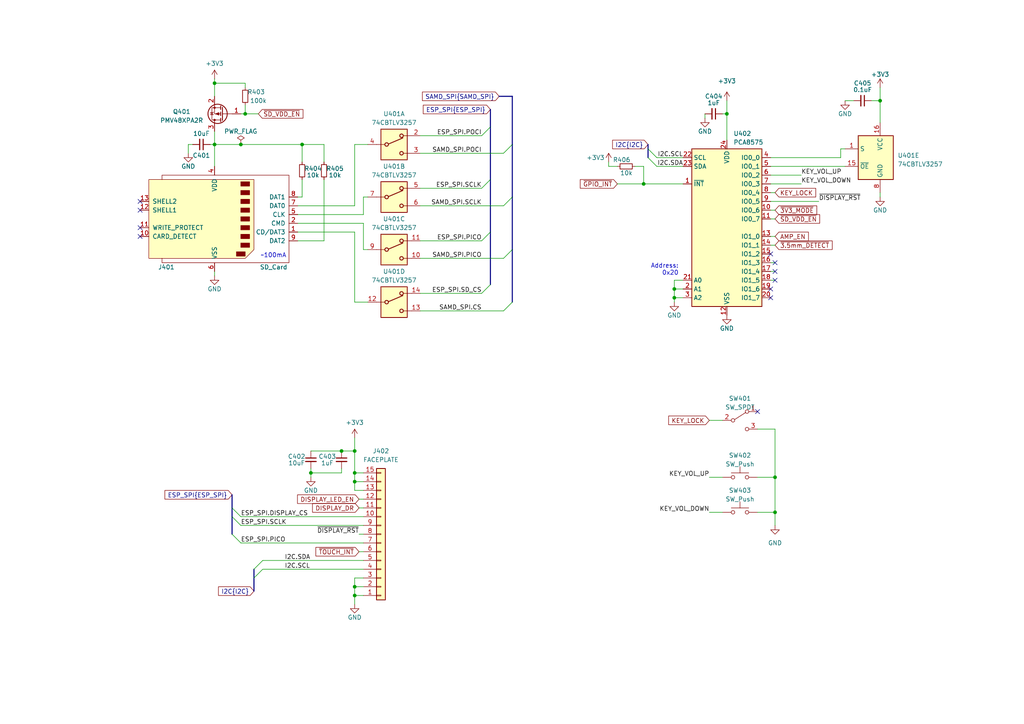
<source format=kicad_sch>
(kicad_sch (version 20230121) (generator eeschema)
  (paper "A4")
  (title_block (title "gay ipod storage + usb interface") (date "2022-09-04") (rev "1"))
  (lib_symbols
    (symbol "74xx:74CBTLV3257"
      (property "Reference" "U" (at 17.78 1.27 0))
      (property "Value" "74CBTLV3257" (at 15.24 -1.27 0))
      (symbol "74CBTLV3257_1_1"
        (rectangle (start -3.81 4.445) (end 3.81 -4.445) (stroke (width 0.254)) (fill (type background)))
        (circle (center -2.159 0) (radius 0.508) (stroke (width 0.254)))
        (polyline (pts (xy -5.08 0) (xy -2.794 0)))
        (polyline (pts (xy -1.651 0.127) (xy 2.54 1.905)) (stroke (width 0.254)))
        (polyline (pts (xy 5.08 -2.54) (xy 2.794 -2.54)))
        (polyline (pts (xy 5.08 2.54) (xy 2.794 2.54)))
        (circle (center 2.159 -2.54) (radius 0.508) (stroke (width 0.254)))
        (circle (center 2.159 2.54) (radius 0.508) (stroke (width 0.254)))
        (pin passive line (at 7.62 2.54 180) (length 2.54) (name "~") (number "2"))
        (pin passive line (at 7.62 -2.54 180) (length 2.54) (name "~") (number "3"))
        (pin passive line (at -7.62 0 0) (length 2.54) (name "~") (number "4"))
      )
      (symbol "74CBTLV3257_2_1"
        (rectangle (start -3.81 4.445) (end 3.81 -4.445) (stroke (width 0.254)) (fill (type background)))
        (circle (center -2.159 0) (radius 0.508) (stroke (width 0.254)))
        (polyline (pts (xy -5.08 0) (xy -2.794 0)))
        (polyline (pts (xy -1.651 0.127) (xy 2.54 1.905)) (stroke (width 0.254)))
        (polyline (pts (xy 5.08 -2.54) (xy 2.794 -2.54)))
        (polyline (pts (xy 5.08 2.54) (xy 2.794 2.54)))
        (circle (center 2.159 -2.54) (radius 0.508) (stroke (width 0.254)))
        (circle (center 2.159 2.54) (radius 0.508) (stroke (width 0.254)))
        (pin passive line (at 7.62 2.54 180) (length 2.54) (name "~") (number "5"))
        (pin passive line (at 7.62 -2.54 180) (length 2.54) (name "~") (number "6"))
        (pin passive line (at -7.62 0 0) (length 2.54) (name "~") (number "7"))
      )
      (symbol "74CBTLV3257_3_1"
        (rectangle (start -3.81 4.445) (end 3.81 -4.445) (stroke (width 0.254)) (fill (type background)))
        (circle (center -2.159 0) (radius 0.508) (stroke (width 0.254)))
        (polyline (pts (xy -5.08 0) (xy -2.794 0)))
        (polyline (pts (xy -1.651 0.127) (xy 2.54 1.905)) (stroke (width 0.254)))
        (polyline (pts (xy 5.08 -2.54) (xy 2.794 -2.54)))
        (polyline (pts (xy 5.08 2.54) (xy 2.794 2.54)))
        (circle (center 2.159 -2.54) (radius 0.508) (stroke (width 0.254)))
        (circle (center 2.159 2.54) (radius 0.508) (stroke (width 0.254)))
        (pin passive line (at 7.62 -2.54 180) (length 2.54) (name "~") (number "10"))
        (pin passive line (at 7.62 2.54 180) (length 2.54) (name "~") (number "11"))
        (pin passive line (at -7.62 0 0) (length 2.54) (name "~") (number "9"))
      )
      (symbol "74CBTLV3257_4_1"
        (rectangle (start -3.81 4.445) (end 3.81 -4.445) (stroke (width 0.254)) (fill (type background)))
        (circle (center -2.159 0) (radius 0.508) (stroke (width 0.254)))
        (polyline (pts (xy -5.08 0) (xy -2.794 0)))
        (polyline (pts (xy -1.651 0.127) (xy 2.54 1.905)) (stroke (width 0.254)))
        (polyline (pts (xy 5.08 -2.54) (xy 2.794 -2.54)))
        (polyline (pts (xy 5.08 2.54) (xy 2.794 2.54)))
        (circle (center 2.159 -2.54) (radius 0.508) (stroke (width 0.254)))
        (circle (center 2.159 2.54) (radius 0.508) (stroke (width 0.254)))
        (pin passive line (at -7.62 0 0) (length 2.54) (name "~") (number "12"))
        (pin passive line (at 7.62 -2.54 180) (length 2.54) (name "~") (number "13"))
        (pin passive line (at 7.62 2.54 180) (length 2.54) (name "~") (number "14"))
      )
      (symbol "74CBTLV3257_5_1"
        (rectangle (start 3.81 6.35) (end -6.35 -6.35) (stroke (width 0.254)) (fill (type background)))
        (pin input line (at -10.16 2.54 0) (length 3.81) (name "S") (number "1"))
        (pin input line (at -10.16 -2.54 0) (length 3.81) (name "~{OE}") (number "15"))
        (pin power_in line (at 0 10.16 270) (length 3.81) (name "VCC") (number "16"))
        (pin power_in line (at 0 -10.16 90) (length 3.81) (name "GND") (number "8"))
      )
    )
    (symbol "Connector_Generic:Conn_01x15" (pin_names (offset 1.016) hide)
      (property "Reference" "J" (at 0 20.32 0))
      (property "Value" "Conn_01x15" (at 0 -20.32 0))
      (symbol "Conn_01x15_1_1"
        (rectangle (start -1.27 -17.653) (end 0 -17.907) (stroke (width 0.1524)))
        (rectangle (start -1.27 -15.113) (end 0 -15.367) (stroke (width 0.1524)))
        (rectangle (start -1.27 -12.573) (end 0 -12.827) (stroke (width 0.1524)))
        (rectangle (start -1.27 -10.033) (end 0 -10.287) (stroke (width 0.1524)))
        (rectangle (start -1.27 -7.493) (end 0 -7.747) (stroke (width 0.1524)))
        (rectangle (start -1.27 -4.953) (end 0 -5.207) (stroke (width 0.1524)))
        (rectangle (start -1.27 -2.413) (end 0 -2.667) (stroke (width 0.1524)))
        (rectangle (start -1.27 0.127) (end 0 -0.127) (stroke (width 0.1524)))
        (rectangle (start -1.27 2.667) (end 0 2.413) (stroke (width 0.1524)))
        (rectangle (start -1.27 5.207) (end 0 4.953) (stroke (width 0.1524)))
        (rectangle (start -1.27 7.747) (end 0 7.493) (stroke (width 0.1524)))
        (rectangle (start -1.27 10.287) (end 0 10.033) (stroke (width 0.1524)))
        (rectangle (start -1.27 12.827) (end 0 12.573) (stroke (width 0.1524)))
        (rectangle (start -1.27 15.367) (end 0 15.113) (stroke (width 0.1524)))
        (rectangle (start -1.27 17.907) (end 0 17.653) (stroke (width 0.1524)))
        (rectangle (start -1.27 19.05) (end 1.27 -19.05) (stroke (width 0.254)) (fill (type background)))
        (pin passive line (at -5.08 17.78 0) (length 3.81) (name "Pin_1") (number "1"))
        (pin passive line (at -5.08 -5.08 0) (length 3.81) (name "Pin_10") (number "10"))
        (pin passive line (at -5.08 -7.62 0) (length 3.81) (name "Pin_11") (number "11"))
        (pin passive line (at -5.08 -10.16 0) (length 3.81) (name "Pin_12") (number "12"))
        (pin passive line (at -5.08 -12.7 0) (length 3.81) (name "Pin_13") (number "13"))
        (pin passive line (at -5.08 -15.24 0) (length 3.81) (name "Pin_14") (number "14"))
        (pin passive line (at -5.08 -17.78 0) (length 3.81) (name "Pin_15") (number "15"))
        (pin passive line (at -5.08 15.24 0) (length 3.81) (name "Pin_2") (number "2"))
        (pin passive line (at -5.08 12.7 0) (length 3.81) (name "Pin_3") (number "3"))
        (pin passive line (at -5.08 10.16 0) (length 3.81) (name "Pin_4") (number "4"))
        (pin passive line (at -5.08 7.62 0) (length 3.81) (name "Pin_5") (number "5"))
        (pin passive line (at -5.08 5.08 0) (length 3.81) (name "Pin_6") (number "6"))
        (pin passive line (at -5.08 2.54 0) (length 3.81) (name "Pin_7") (number "7"))
        (pin passive line (at -5.08 0 0) (length 3.81) (name "Pin_8") (number "8"))
        (pin passive line (at -5.08 -2.54 0) (length 3.81) (name "Pin_9") (number "9"))
      )
    )
    (symbol "Device:C_Small" (pin_numbers hide) (pin_names (offset 0.254) hide)
      (property "Reference" "C" (at 0.254 1.778 0))
      (property "Value" "C_Small" (at 0.254 -2.032 0))
      (symbol "C_Small_0_1"
        (polyline (pts (xy -1.524 -0.508) (xy 1.524 -0.508)) (stroke (width 0.3302)))
        (polyline (pts (xy -1.524 0.508) (xy 1.524 0.508)) (stroke (width 0.3048)))
      )
      (symbol "C_Small_1_1"
        (pin passive line (at 0 2.54 270) (length 2.032) (name "~") (number "1"))
        (pin passive line (at 0 -2.54 90) (length 2.032) (name "~") (number "2"))
      )
    )
    (symbol "Device:Q_PMOS_GSD" (pin_names (offset 0) hide)
      (property "Reference" "Q" (at 5.08 1.27 0))
      (property "Value" "Q_PMOS_GSD" (at 5.08 -1.27 0))
      (symbol "Q_PMOS_GSD_0_1"
        (polyline (pts (xy 0.254 0) (xy -2.54 0)))
        (polyline (pts (xy 0.254 1.905) (xy 0.254 -1.905)) (stroke (width 0.254)))
        (polyline (pts (xy 0.762 -1.27) (xy 0.762 -2.286)) (stroke (width 0.254)))
        (polyline (pts (xy 0.762 0.508) (xy 0.762 -0.508)) (stroke (width 0.254)))
        (polyline (pts (xy 0.762 2.286) (xy 0.762 1.27)) (stroke (width 0.254)))
        (polyline (pts (xy 2.54 2.54) (xy 2.54 1.778)))
        (polyline (pts (xy 2.54 -2.54) (xy 2.54 0) (xy 0.762 0)))
        (polyline (pts (xy 0.762 1.778) (xy 3.302 1.778) (xy 3.302 -1.778) (xy 0.762 -1.778)))
        (polyline (pts (xy 2.286 0) (xy 1.27 0.381) (xy 1.27 -0.381) (xy 2.286 0)) (fill (type outline)))
        (polyline (pts (xy 2.794 -0.508) (xy 2.921 -0.381) (xy 3.683 -0.381) (xy 3.81 -0.254)))
        (polyline (pts (xy 3.302 -0.381) (xy 2.921 0.254) (xy 3.683 0.254) (xy 3.302 -0.381)))
        (circle (center 1.651 0) (radius 2.794) (stroke (width 0.254)))
        (circle (center 2.54 -1.778) (radius 0.254) (fill (type outline)))
        (circle (center 2.54 1.778) (radius 0.254) (fill (type outline)))
      )
      (symbol "Q_PMOS_GSD_1_1"
        (pin input line (at -5.08 0 0) (length 2.54) (name "G") (number "1"))
        (pin passive line (at 2.54 -5.08 90) (length 2.54) (name "S") (number "2"))
        (pin passive line (at 2.54 5.08 270) (length 2.54) (name "D") (number "3"))
      )
    )
    (symbol "Device:R_Small" (pin_numbers hide) (pin_names (offset 0.254) hide)
      (property "Reference" "R" (at 0.762 0.508 0))
      (property "Value" "R_Small" (at 0.762 -1.016 0))
      (symbol "R_Small_0_1"
        (rectangle (start -0.762 1.778) (end 0.762 -1.778) (stroke (width 0.2032)))
      )
      (symbol "R_Small_1_1"
        (pin passive line (at 0 2.54 270) (length 0.762) (name "~") (number "1"))
        (pin passive line (at 0 -2.54 90) (length 0.762) (name "~") (number "2"))
      )
    )
    (symbol "Interface_Expansion:PCA9555D"
      (property "Reference" "U" (at -8.89 24.13 0))
      (property "Value" "PCA9555D" (at 6.35 24.13 0))
      (symbol "PCA9555D_0_1"
        (rectangle (start -10.16 22.86) (end 10.16 -22.86) (stroke (width 0.254)) (fill (type background)))
      )
      (symbol "PCA9555D_1_1"
        (pin open_collector line (at -12.7 12.7 0) (length 2.54) (name "~{INT}") (number "1"))
        (pin bidirectional line (at 12.7 5.08 180) (length 2.54) (name "IO0_6") (number "10"))
        (pin bidirectional line (at 12.7 2.54 180) (length 2.54) (name "IO0_7") (number "11"))
        (pin power_in line (at 0 -25.4 90) (length 2.54) (name "VSS") (number "12"))
        (pin bidirectional line (at 12.7 -2.54 180) (length 2.54) (name "IO1_0") (number "13"))
        (pin bidirectional line (at 12.7 -5.08 180) (length 2.54) (name "IO1_1") (number "14"))
        (pin bidirectional line (at 12.7 -7.62 180) (length 2.54) (name "IO1_2") (number "15"))
        (pin bidirectional line (at 12.7 -10.16 180) (length 2.54) (name "IO1_3") (number "16"))
        (pin bidirectional line (at 12.7 -12.7 180) (length 2.54) (name "IO1_4") (number "17"))
        (pin bidirectional line (at 12.7 -15.24 180) (length 2.54) (name "IO1_5") (number "18"))
        (pin bidirectional line (at 12.7 -17.78 180) (length 2.54) (name "IO1_6") (number "19"))
        (pin input line (at -12.7 -17.78 0) (length 2.54) (name "A1") (number "2"))
        (pin bidirectional line (at 12.7 -20.32 180) (length 2.54) (name "IO1_7") (number "20"))
        (pin input line (at -12.7 -15.24 0) (length 2.54) (name "A0") (number "21"))
        (pin input line (at -12.7 20.32 0) (length 2.54) (name "SCL") (number "22"))
        (pin bidirectional line (at -12.7 17.78 0) (length 2.54) (name "SDA") (number "23"))
        (pin power_in line (at 0 25.4 270) (length 2.54) (name "VDD") (number "24"))
        (pin input line (at -12.7 -20.32 0) (length 2.54) (name "A2") (number "3"))
        (pin bidirectional line (at 12.7 20.32 180) (length 2.54) (name "IO0_0") (number "4"))
        (pin bidirectional line (at 12.7 17.78 180) (length 2.54) (name "IO0_1") (number "5"))
        (pin bidirectional line (at 12.7 15.24 180) (length 2.54) (name "IO0_2") (number "6"))
        (pin bidirectional line (at 12.7 12.7 180) (length 2.54) (name "IO0_3") (number "7"))
        (pin bidirectional line (at 12.7 10.16 180) (length 2.54) (name "IO0_4") (number "8"))
        (pin bidirectional line (at 12.7 7.62 180) (length 2.54) (name "IO0_5") (number "9"))
      )
    )
    (symbol "Switch:SW_Push" (pin_numbers hide) (pin_names (offset 1.016) hide)
      (property "Reference" "SW" (at 1.27 2.54 0))
      (property "Value" "SW_Push" (at 0 -1.524 0))
      (symbol "SW_Push_0_1"
        (circle (center -2.032 0) (radius 0.508))
        (polyline (pts (xy 0 1.27) (xy 0 3.048)))
        (polyline (pts (xy 2.54 1.27) (xy -2.54 1.27)))
        (circle (center 2.032 0) (radius 0.508))
        (pin passive line (at -5.08 0 0) (length 2.54) (name "1") (number "1"))
        (pin passive line (at 5.08 0 180) (length 2.54) (name "2") (number "2"))
      )
    )
    (symbol "Switch:SW_SPDT" (pin_names (offset 0) hide)
      (property "Reference" "SW" (at 0 4.318 0))
      (property "Value" "SW_SPDT" (at 0 -5.08 0))
      (symbol "SW_SPDT_0_0"
        (circle (center -2.032 0) (radius 0.508))
        (circle (center 2.032 -2.54) (radius 0.508))
      )
      (symbol "SW_SPDT_0_1"
        (polyline (pts (xy -1.524 0.254) (xy 1.651 2.286)))
        (circle (center 2.032 2.54) (radius 0.508))
      )
      (symbol "SW_SPDT_1_1"
        (pin passive line (at 5.08 2.54 180) (length 2.54) (name "A") (number "1"))
        (pin passive line (at -5.08 0 0) (length 2.54) (name "B") (number "2"))
        (pin passive line (at 5.08 -2.54 180) (length 2.54) (name "C") (number "3"))
      )
    )
    (symbol "power:+3V3" (power) (pin_names (offset 0))
      (property "Value" "+3V3" (at 0 3.556 0))
      (symbol "+3V3_0_1"
        (polyline (pts (xy -0.762 1.27) (xy 0 2.54)))
        (polyline (pts (xy 0 0) (xy 0 2.54)))
        (polyline (pts (xy 0 2.54) (xy 0.762 1.27)))
      )
      (symbol "+3V3_1_1"
        (pin power_in line (at 0 0 90) (length 0) hide (name "+3V3") (number "1"))
      )
    )
    (symbol "power:GND" (power) (pin_names (offset 0))
      (property "Value" "GND" (at 0 -3.81 0))
      (symbol "GND_0_1"
        (polyline (pts (xy 0 0) (xy 0 -1.27) (xy 1.27 -1.27) (xy 0 -2.54) (xy -1.27 -1.27) (xy 0 -1.27)))
      )
      (symbol "GND_1_1"
        (pin power_in line (at 0 0 270) (length 0) hide (name "GND") (number "1"))
      )
    )
    (symbol "power:PWR_FLAG" (power) (pin_numbers hide) (pin_names (offset 0) hide)
      (property "Value" "PWR_FLAG" (at 0 3.81 0))
      (symbol "PWR_FLAG_0_0"
        (pin power_out line (at 0 0 90) (length 0) (name "pwr") (number "1"))
      )
      (symbol "PWR_FLAG_0_1"
        (polyline (pts (xy 0 0) (xy 0 1.27) (xy -1.016 1.905) (xy 0 2.54) (xy 1.016 1.905) (xy 0 1.27)))
      )
    )
    (symbol "symbols:SD_Card" (pin_names (offset 1.016))
      (property "Reference" "J" (at -16.51 13.97 0))
      (property "Value" "SD_Card" (at 15.24 -13.97 0))
      (symbol "SD_Card_0_1"
        (rectangle (start -8.89 -9.525) (end -6.35 -10.795) (fill (type outline)))
        (rectangle (start -8.89 -6.985) (end -6.35 -8.255) (fill (type outline)))
        (rectangle (start -8.89 -4.445) (end -6.35 -5.715) (fill (type outline)))
        (rectangle (start -8.89 -1.905) (end -6.35 -3.175) (fill (type outline)))
        (rectangle (start -8.89 0.635) (end -6.35 -0.635) (fill (type outline)))
        (rectangle (start -8.89 3.175) (end -6.35 1.905) (fill (type outline)))
        (rectangle (start -8.89 5.715) (end -6.35 4.445) (fill (type outline)))
        (rectangle (start -8.89 8.255) (end -6.35 6.985) (fill (type outline)))
        (rectangle (start -7.62 10.795) (end -5.08 9.525) (fill (type outline)))
        (polyline (pts (xy -10.16 8.89) (xy -7.62 11.43) (xy 20.32 11.43) (xy 20.32 -11.43) (xy -10.16 -11.43) (xy -10.16 8.89)) (fill (type background)))
        (polyline (pts (xy 16.51 11.43) (xy 16.51 12.7) (xy -20.32 12.7) (xy -20.32 -12.7) (xy 16.51 -12.7) (xy 16.51 -11.43)))
      )
      (symbol "SD_Card_1_1"
        (pin input line (at -22.86 3.81 0) (length 2.54) (name "CD/DAT3") (number "1"))
        (pin input line (at 22.86 5.08 180) (length 2.54) (name "CARD_DETECT") (number "10"))
        (pin input line (at 22.86 2.54 180) (length 2.54) (name "WRITE_PROTECT") (number "11"))
        (pin input line (at 22.86 -2.54 180) (length 2.54) (name "SHELL1") (number "12"))
        (pin input line (at 22.86 -5.08 180) (length 2.54) (name "SHELL2") (number "13"))
        (pin input line (at -22.86 1.27 0) (length 2.54) (name "CMD") (number "2"))
        (pin power_in line (at 1.27 15.24 270) (length 2.54) hide (name "VSS") (number "3"))
        (pin power_in line (at 1.27 -15.24 90) (length 2.54) (name "VDD") (number "4"))
        (pin input line (at -22.86 -1.27 0) (length 2.54) (name "CLK") (number "5"))
        (pin power_in line (at 1.27 15.24 270) (length 2.54) (name "VSS") (number "6"))
        (pin input line (at -22.86 -3.81 0) (length 2.54) (name "DAT0") (number "7"))
        (pin input line (at -22.86 -6.35 0) (length 2.54) (name "DAT1") (number "8"))
        (pin input line (at -22.86 6.35 0) (length 2.54) (name "DAT2") (number "9"))
      )
    )
  )
  (junction (at 195.58 86.36))
  (junction (at 102.87 139.7))
  (junction (at 99.06 130.81))
  (junction (at 102.87 170.18))
  (junction (at 62.23 24.13))
  (junction (at 102.87 172.72))
  (junction (at 255.27 29.21))
  (junction (at 69.85 41.91))
  (junction (at 224.79 148.59))
  (junction (at 102.87 137.16))
  (junction (at 210.82 33.02))
  (junction (at 87.63 41.91))
  (junction (at 195.58 83.82))
  (junction (at 62.23 41.91))
  (junction (at 224.79 138.43))
  (junction (at 71.12 33.02))
  (junction (at 90.17 137.16))
  (junction (at 102.87 130.81))
  (junction (at 186.69 53.34))
  (no_connect (at 224.79 76.2))
  (no_connect (at 224.79 78.74))
  (no_connect (at 40.64 58.42))
  (no_connect (at 40.64 66.04))
  (no_connect (at 224.79 81.28))
  (no_connect (at 223.52 86.36))
  (no_connect (at 40.64 68.58))
  (no_connect (at 223.52 73.66))
  (no_connect (at 219.71 119.38))
  (no_connect (at 40.64 60.96))
  (no_connect (at 223.52 83.82))
  (bus_entry (at 69.85 152.4) (size -2.54 -2.54))
  (bus_entry (at 187.96 43.18) (size 2.54 2.54))
  (bus_entry (at 139.7 69.85) (size 2.54 -2.54))
  (bus_entry (at 139.7 85.09) (size 2.54 -2.54))
  (bus_entry (at 139.7 39.37) (size 2.54 -2.54))
  (bus_entry (at 139.7 54.61) (size 2.54 -2.54))
  (bus_entry (at 187.96 45.72) (size 2.54 2.54))
  (bus_entry (at 146.05 44.45) (size 2.54 -2.54))
  (bus_entry (at 146.05 74.93) (size 2.54 -2.54))
  (bus_entry (at 146.05 59.69) (size 2.54 -2.54))
  (bus_entry (at 69.85 157.48) (size -2.54 -2.54))
  (bus_entry (at 73.66 165.1) (size 2.54 -2.54))
  (bus_entry (at 73.66 167.64) (size 2.54 -2.54))
  (bus_entry (at 146.05 90.17) (size 2.54 -2.54))
  (bus_entry (at 69.85 149.86) (size -2.54 -2.54))
  (wire (pts (xy 195.58 83.82) (xy 195.58 86.36)))
  (wire (pts (xy 195.58 86.36) (xy 195.58 87.63)))
  (bus (pts (xy 67.31 147.32) (xy 67.31 149.86)))
  (wire (pts (xy 224.79 138.43) (xy 224.79 148.59)))
  (wire (pts (xy 69.85 149.86) (xy 105.41 149.86)))
  (wire (pts (xy 219.71 124.46) (xy 224.79 124.46)))
  (wire (pts (xy 237.49 58.42) (xy 223.52 58.42)))
  (bus (pts (xy 144.78 27.94) (xy 148.59 27.94)))
  (wire (pts (xy 90.17 130.81) (xy 99.06 130.81)))
  (wire (pts (xy 54.61 41.91) (xy 54.61 44.45)))
  (wire (pts (xy 102.87 172.72) (xy 105.41 172.72)))
  (bus (pts (xy 73.66 165.1) (xy 73.66 167.64)))
  (wire (pts (xy 62.23 80.01) (xy 62.23 78.74)))
  (wire (pts (xy 255.27 25.4) (xy 255.27 29.21)))
  (wire (pts (xy 210.82 29.21) (xy 210.82 33.02)))
  (wire (pts (xy 102.87 41.91) (xy 102.87 59.69)))
  (wire (pts (xy 74.93 33.02) (xy 71.12 33.02)))
  (wire (pts (xy 104.14 147.32) (xy 105.41 147.32)))
  (wire (pts (xy 186.69 48.26) (xy 186.69 53.34)))
  (wire (pts (xy 87.63 41.91) (xy 93.98 41.91)))
  (bus (pts (xy 142.24 36.83) (xy 142.24 52.07)))
  (wire (pts (xy 224.79 78.74) (xy 223.52 78.74)))
  (wire (pts (xy 243.84 45.72) (xy 243.84 43.18)))
  (wire (pts (xy 71.12 30.48) (xy 71.12 33.02)))
  (wire (pts (xy 224.79 124.46) (xy 224.79 138.43)))
  (wire (pts (xy 184.15 48.26) (xy 186.69 48.26)))
  (wire (pts (xy 223.52 53.34) (xy 232.41 53.34)))
  (wire (pts (xy 179.07 53.34) (xy 186.69 53.34)))
  (wire (pts (xy 87.63 41.91) (xy 87.63 46.99)))
  (wire (pts (xy 105.41 64.77) (xy 105.41 72.39)))
  (wire (pts (xy 102.87 175.26) (xy 102.87 172.72)))
  (wire (pts (xy 69.85 152.4) (xy 105.41 152.4)))
  (wire (pts (xy 190.5 48.26) (xy 198.12 48.26)))
  (wire (pts (xy 102.87 170.18) (xy 102.87 172.72)))
  (wire (pts (xy 99.06 137.16) (xy 90.17 137.16)))
  (wire (pts (xy 102.87 67.31) (xy 102.87 87.63)))
  (wire (pts (xy 121.92 90.17) (xy 146.05 90.17)))
  (wire (pts (xy 176.53 48.26) (xy 179.07 48.26)))
  (wire (pts (xy 86.36 59.69) (xy 102.87 59.69)))
  (wire (pts (xy 224.79 60.96) (xy 223.52 60.96)))
  (bus (pts (xy 142.24 67.31) (xy 142.24 82.55)))
  (wire (pts (xy 198.12 83.82) (xy 195.58 83.82)))
  (wire (pts (xy 198.12 81.28) (xy 195.58 81.28)))
  (wire (pts (xy 219.71 138.43) (xy 224.79 138.43)))
  (wire (pts (xy 209.55 33.02) (xy 210.82 33.02)))
  (bus (pts (xy 148.59 27.94) (xy 148.59 41.91)))
  (wire (pts (xy 62.23 38.1) (xy 62.23 41.91)))
  (wire (pts (xy 105.41 72.39) (xy 106.68 72.39)))
  (wire (pts (xy 99.06 135.89) (xy 99.06 137.16)))
  (bus (pts (xy 187.96 41.91) (xy 187.96 43.18)))
  (wire (pts (xy 104.14 154.94) (xy 105.41 154.94)))
  (wire (pts (xy 102.87 87.63) (xy 106.68 87.63)))
  (wire (pts (xy 224.79 71.12) (xy 223.52 71.12)))
  (wire (pts (xy 69.85 41.91) (xy 87.63 41.91)))
  (wire (pts (xy 224.79 76.2) (xy 223.52 76.2)))
  (wire (pts (xy 224.79 63.5) (xy 223.52 63.5)))
  (wire (pts (xy 245.11 29.21) (xy 247.65 29.21)))
  (wire (pts (xy 90.17 138.43) (xy 90.17 137.16)))
  (wire (pts (xy 223.52 50.8) (xy 232.41 50.8)))
  (wire (pts (xy 105.41 62.23) (xy 105.41 57.15)))
  (wire (pts (xy 62.23 22.86) (xy 62.23 24.13)))
  (wire (pts (xy 243.84 43.18) (xy 245.11 43.18)))
  (wire (pts (xy 223.52 45.72) (xy 243.84 45.72)))
  (wire (pts (xy 121.92 85.09) (xy 139.7 85.09)))
  (wire (pts (xy 102.87 137.16) (xy 105.41 137.16)))
  (wire (pts (xy 186.69 53.34) (xy 198.12 53.34)))
  (wire (pts (xy 121.92 69.85) (xy 139.7 69.85)))
  (wire (pts (xy 62.23 24.13) (xy 62.23 27.94)))
  (wire (pts (xy 121.92 44.45) (xy 146.05 44.45)))
  (wire (pts (xy 104.14 160.02) (xy 105.41 160.02)))
  (wire (pts (xy 76.2 165.1) (xy 105.41 165.1)))
  (bus (pts (xy 187.96 43.18) (xy 187.96 45.72)))
  (wire (pts (xy 60.96 41.91) (xy 62.23 41.91)))
  (wire (pts (xy 204.47 33.02) (xy 204.47 34.29)))
  (wire (pts (xy 176.53 46.99) (xy 176.53 48.26)))
  (wire (pts (xy 93.98 46.99) (xy 93.98 41.91)))
  (wire (pts (xy 62.23 41.91) (xy 69.85 41.91)))
  (wire (pts (xy 224.79 68.58) (xy 223.52 68.58)))
  (bus (pts (xy 148.59 57.15) (xy 148.59 72.39)))
  (wire (pts (xy 71.12 25.4) (xy 71.12 24.13)))
  (wire (pts (xy 102.87 142.24) (xy 102.87 139.7)))
  (wire (pts (xy 255.27 29.21) (xy 255.27 35.56)))
  (wire (pts (xy 90.17 137.16) (xy 90.17 135.89)))
  (wire (pts (xy 105.41 139.7) (xy 102.87 139.7)))
  (wire (pts (xy 255.27 57.15) (xy 255.27 55.88)))
  (wire (pts (xy 55.88 41.91) (xy 54.61 41.91)))
  (wire (pts (xy 121.92 74.93) (xy 146.05 74.93)))
  (bus (pts (xy 67.31 149.86) (xy 67.31 154.94)))
  (bus (pts (xy 142.24 31.75) (xy 142.24 36.83)))
  (wire (pts (xy 76.2 162.56) (xy 105.41 162.56)))
  (wire (pts (xy 121.92 59.69) (xy 146.05 59.69)))
  (wire (pts (xy 87.63 52.07) (xy 87.63 57.15)))
  (wire (pts (xy 210.82 33.02) (xy 210.82 40.64)))
  (wire (pts (xy 71.12 33.02) (xy 69.85 33.02)))
  (wire (pts (xy 71.12 24.13) (xy 62.23 24.13)))
  (bus (pts (xy 142.24 52.07) (xy 142.24 67.31)))
  (wire (pts (xy 104.14 144.78) (xy 105.41 144.78)))
  (wire (pts (xy 93.98 52.07) (xy 93.98 69.85)))
  (wire (pts (xy 106.68 41.91) (xy 102.87 41.91)))
  (wire (pts (xy 86.36 57.15) (xy 87.63 57.15)))
  (wire (pts (xy 102.87 130.81) (xy 99.06 130.81)))
  (wire (pts (xy 102.87 127) (xy 102.87 130.81)))
  (wire (pts (xy 86.36 64.77) (xy 105.41 64.77)))
  (wire (pts (xy 105.41 142.24) (xy 102.87 142.24)))
  (wire (pts (xy 252.73 29.21) (xy 255.27 29.21)))
  (wire (pts (xy 102.87 167.64) (xy 102.87 170.18)))
  (wire (pts (xy 86.36 67.31) (xy 102.87 67.31)))
  (wire (pts (xy 121.92 39.37) (xy 139.7 39.37)))
  (wire (pts (xy 121.92 54.61) (xy 139.7 54.61)))
  (bus (pts (xy 67.31 143.51) (xy 67.31 147.32)))
  (wire (pts (xy 86.36 62.23) (xy 105.41 62.23)))
  (wire (pts (xy 190.5 45.72) (xy 198.12 45.72)))
  (wire (pts (xy 105.41 57.15) (xy 106.68 57.15)))
  (wire (pts (xy 224.79 81.28) (xy 223.52 81.28)))
  (wire (pts (xy 219.71 148.59) (xy 224.79 148.59)))
  (bus (pts (xy 73.66 167.64) (xy 73.66 171.45)))
  (wire (pts (xy 62.23 48.26) (xy 62.23 41.91)))
  (wire (pts (xy 102.87 139.7) (xy 102.87 137.16)))
  (wire (pts (xy 198.12 86.36) (xy 195.58 86.36)))
  (wire (pts (xy 224.79 148.59) (xy 224.79 152.4)))
  (wire (pts (xy 195.58 81.28) (xy 195.58 83.82)))
  (wire (pts (xy 102.87 130.81) (xy 102.87 137.16)))
  (wire (pts (xy 205.74 138.43) (xy 209.55 138.43)))
  (wire (pts (xy 223.52 48.26) (xy 245.11 48.26)))
  (bus (pts (xy 148.59 41.91) (xy 148.59 57.15)))
  (wire (pts (xy 224.79 55.88) (xy 223.52 55.88)))
  (wire (pts (xy 105.41 170.18) (xy 102.87 170.18)))
  (wire (pts (xy 86.36 69.85) (xy 93.98 69.85)))
  (wire (pts (xy 105.41 167.64) (xy 102.87 167.64)))
  (wire (pts (xy 205.74 148.59) (xy 209.55 148.59)))
  (bus (pts (xy 148.59 72.39) (xy 148.59 87.63)))
  (wire (pts (xy 69.85 157.48) (xy 105.41 157.48)))
  (wire (pts (xy 205.74 121.92) (xy 209.55 121.92)))
  (text "~100mA" (at 75.565 74.93 0) (effects (font (size 1.27 1.27)) (justify left bottom)))
  (text "Address:\n0x20" (at 196.85 80.01 0) (effects (font (size 1.27 1.27)) (justify right bottom)))
  (label "SAMD_SPI.POCI" (at 139.7 44.45 180))
  (label "I2C.SDA" (at 82.55 162.56 0))
  (label "I2C.SCL" (at 198.12 45.72 180))
  (label "SAMD_SPI.PICO" (at 139.7 74.93 180))
  (label "ESP_SPI.PICO" (at 139.7 69.85 180))
  (label "ESP_SPI.SD_CS" (at 139.7 85.09 180))
  (label "ESP_SPI.POCI" (at 139.7 39.37 180))
  (label "ESP_SPI.PICO" (at 69.85 157.48 0))
  (label "KEY_VOL_UP" (at 205.74 138.43 180) (property "Intersheetrefs" "${INTERSHEET_REFS}" (effects hide)))
  (label "SAMD_SPI.SCLK" (at 139.7 59.69 180))
  (label "~{DISPLAY_RST}" (at 104.14 154.94 180) (property "Intersheetrefs" "${INTERSHEET_REFS}" (effects hide)))
  (label "ESP_SPI.DISPLAY_CS" (at 69.85 149.86 0))
  (label "SAMD_SPI.CS" (at 139.7 90.17 180))
  (label "ESP_SPI.SCLK" (at 69.85 152.4 0))
  (label "KEY_VOL_UP" (at 232.41 50.8 0) (property "Intersheetrefs" "${INTERSHEET_REFS}" (effects hide)))
  (label "I2C.SDA" (at 198.12 48.26 180))
  (label "KEY_VOL_DOWN" (at 205.74 148.59 180) (property "Intersheetrefs" "${INTERSHEET_REFS}" (effects hide)))
  (label "KEY_VOL_DOWN" (at 232.41 53.34 0) (property "Intersheetrefs" "${INTERSHEET_REFS}" (effects hide)))
  (label "~{DISPLAY_RST}" (at 237.49 58.42 0) (property "Intersheetrefs" "${INTERSHEET_REFS}" (effects hide)))
  (label "ESP_SPI.SCLK" (at 139.7 54.61 180))
  (label "I2C.SCL" (at 82.55 165.1 0))
  (global_label "ESP_SPI{ESP_SPI}" (shape input) (at 142.24 31.75 180) (property "Intersheetrefs" "${INTERSHEET_REFS}" (effects hide)))
  (global_label "DISPLAY_LED_EN" (shape input) (at 104.14 144.78 180) (property "Intersheetrefs" "${INTERSHEET_REFS}" (effects hide)))
  (global_label "KEY_LOCK" (shape input) (at 205.74 121.92 180) (property "Intersheetrefs" "${INTERSHEET_REFS}" (effects hide)))
  (global_label "KEY_LOCK" (shape input) (at 224.79 55.88 0) (property "Intersheetrefs" "${INTERSHEET_REFS}" (effects hide)))
  (global_label "I2C{I2C}" (shape input) (at 73.66 171.45 180) (property "Intersheetrefs" "${INTERSHEET_REFS}" (effects hide)))
  (global_label "SAMD_SPI{SAMD_SPI}" (shape input) (at 144.78 27.94 180) (property "Intersheetrefs" "${INTERSHEET_REFS}" (effects hide)))
  (global_label "~{SD_VDD_EN}" (shape input) (at 74.93 33.02 0) (property "Intersheetrefs" "${INTERSHEET_REFS}" (effects hide)))
  (global_label "~{TOUCH_INT}" (shape input) (at 104.14 160.02 180) (property "Intersheetrefs" "${INTERSHEET_REFS}" (effects hide)))
  (global_label "I2C{I2C}" (shape input) (at 187.96 41.91 180) (property "Intersheetrefs" "${INTERSHEET_REFS}" (effects hide)))
  (global_label "~{SD_VDD_EN}" (shape input) (at 224.79 63.5 0) (property "Intersheetrefs" "${INTERSHEET_REFS}" (effects hide)))
  (global_label "ESP_SPI{ESP_SPI}" (shape input) (at 67.31 143.51 180) (property "Intersheetrefs" "${INTERSHEET_REFS}" (effects hide)))
  (global_label "DISPLAY_DR" (shape input) (at 104.14 147.32 180) (property "Intersheetrefs" "${INTERSHEET_REFS}" (effects hide)))
  (global_label "~{GPIO_INT}" (shape input) (at 179.07 53.34 180) (property "Intersheetrefs" "${INTERSHEET_REFS}" (effects hide)))
  (global_label "~{3.5mm_DETECT}" (shape input) (at 224.79 71.12 0) (property "Intersheetrefs" "${INTERSHEET_REFS}" (effects hide)))
  (global_label "~{3V3_MODE}" (shape input) (at 224.79 60.96 0) (property "Intersheetrefs" "${INTERSHEET_REFS}" (effects hide)))
  (global_label "AMP_EN" (shape input) (at 224.79 68.58 0) (property "Intersheetrefs" "${INTERSHEET_REFS}" (effects hide)))
  (symbol (lib_id "Device:R_Small") (at 87.63 49.53 0) (unit 1)
    (property "Reference" "R404" (at 90.805 48.895 0))
    (property "Value" "10k" (at 90.805 50.8 0))
    (property "Footprint" "Resistor_SMD:R_0603_1608Metric" (effects hide))
    (property "MPN" "AC0603JR-0710KL" (effects hide))
  )
  (symbol (lib_id "power:GND") (at 224.79 152.4 0) (unit 1)
    (property "Reference" "#PWR0413" (effects hide))
    (property "Value" "GND" (at 224.79 157.48 0))
  )
  (symbol (lib_id "Device:C_Small") (at 250.19 29.21 270) (unit 1)
    (property "Reference" "C405" (at 250.19 24.13 90))
    (property "Value" "0.1uF" (at 250.19 26.035 90))
    (property "Footprint" "Capacitor_SMD:C_0805_2012Metric" (effects hide))
    (property "MPN" "0805YD104KAT2A" (effects hide))
  )
  (symbol (lib_id "Interface_Expansion:PCA9555D") (at 210.82 66.04 0) (unit 1)
    (property "Reference" "U402" (at 212.725 38.735 0) (effects (justify left)))
    (property "Value" "PCA8575" (at 212.725 41.275 0) (effects (justify left)))
    (property "Footprint" "Package_SO:SSOP-24_3.9x8.7mm_P0.635mm" (effects hide))
    (property "Datasheet" "https://www.nxp.com/docs/en/data-sheet/PCA9555.pdf" (effects hide))
    (property "MPN" "PCA8575" (effects hide))
  )
  (symbol (lib_id "Device:R_Small") (at 93.98 49.53 0) (unit 1)
    (property "Reference" "R405" (at 97.155 48.895 0))
    (property "Value" "10k" (at 97.155 50.8 0))
    (property "Footprint" "Resistor_SMD:R_0603_1608Metric" (effects hide))
    (property "MPN" "AC0603JR-0710KL" (effects hide))
  )
  (symbol (lib_id "Switch:SW_SPDT") (at 214.63 121.92 0) (unit 1)
    (property "Reference" "SW401" (at 214.63 115.57 0))
    (property "Value" "SW_SPDT" (at 214.63 118.11 0))
    (property "Footprint" "Button_Switch_SMD:SW_SPDT_CK-JS102011SAQN" (effects hide))
    (property "MPN" "JS102011SAQN" (effects hide))
  )
  (symbol (lib_id "power:GND") (at 204.47 34.29 0) (unit 1)
    (property "Reference" "#PWR0410" (effects hide))
    (property "Value" "GND" (at 204.47 38.1 0))
  )
  (symbol (lib_id "Device:C_Small") (at 207.01 33.02 270) (unit 1)
    (property "Reference" "C404" (at 207.01 27.94 90))
    (property "Value" "1uF" (at 207.01 29.845 90))
    (property "Footprint" "Capacitor_SMD:C_0805_2012Metric" (effects hide))
    (property "MPN" "EMK212BJ105KG-T" (effects hide))
  )
  (symbol (lib_id "power:GND") (at 54.61 44.45 0) (unit 1)
    (property "Reference" "#PWR0402" (effects hide))
    (property "Value" "GND" (at 54.61 48.26 0))
  )
  (symbol (lib_id "Connector_Generic:Conn_01x15") (at 110.49 154.94 0) (mirror x) (unit 1)
    (property "Reference" "J402" (at 110.49 130.81 0))
    (property "Value" "FACEPLATE" (at 110.49 133.35 0))
    (property "Footprint" "footprints:molex_5052781533" (effects hide))
    (property "MPN" "5052781533" (effects hide))
  )
  (symbol (lib_id "74xx:74CBTLV3257") (at 114.3 87.63 0) (unit 4)
    (property "Reference" "U401" (at 114.3 78.74 0))
    (property "Value" "74CBTLV3257" (at 114.3 81.28 0))
    (property "Footprint" "Package_SO:TSSOP-16_4.4x5mm_P0.65mm" (effects hide))
    (property "Datasheet" "http://www.ti.com/lit/ds/symlink/sn74cbtlv3257.pdf" (effects hide))
    (property "MPN" "74CBTLV3257PW-Q10J" (effects hide))
  )
  (symbol (lib_id "power:+3V3") (at 255.27 25.4 0) (unit 1)
    (property "Reference" "#PWR0416" (effects hide))
    (property "Value" "+3V3" (at 255.27 21.59 0))
  )
  (symbol (lib_id "74xx:74CBTLV3257") (at 114.3 41.91 0) (unit 1)
    (property "Reference" "U401" (at 114.3 33.02 0))
    (property "Value" "74CBTLV3257" (at 114.3 35.56 0))
    (property "Footprint" "Package_SO:TSSOP-16_4.4x5mm_P0.65mm" (effects hide))
    (property "Datasheet" "http://www.ti.com/lit/ds/symlink/sn74cbtlv3257.pdf" (effects hide))
    (property "MPN" "74CBTLV3257PW-Q10J" (effects hide))
  )
  (symbol (lib_id "74xx:74CBTLV3257") (at 114.3 72.39 0) (unit 3)
    (property "Reference" "U401" (at 114.3 63.5 0))
    (property "Value" "74CBTLV3257" (at 114.3 66.04 0))
    (property "Footprint" "Package_SO:TSSOP-16_4.4x5mm_P0.65mm" (effects hide))
    (property "Datasheet" "http://www.ti.com/lit/ds/symlink/sn74cbtlv3257.pdf" (effects hide))
    (property "MPN" "74CBTLV3257PW-Q10J" (effects hide))
  )
  (symbol (lib_id "Switch:SW_Push") (at 214.63 138.43 0) (unit 1)
    (property "Reference" "SW402" (at 214.63 132.08 0))
    (property "Value" "SW_Push" (at 214.63 134.62 0))
    (property "Footprint" "Button_Switch_THT:SW_SPST_Omron_B3F-315x_Angled" (effects hide))
    (property "MPN" "B3F-3150" (effects hide))
  )
  (symbol (lib_id "power:GND") (at 255.27 57.15 0) (unit 1)
    (property "Reference" "#PWR0417" (effects hide))
    (property "Value" "GND" (at 255.27 60.96 0))
  )
  (symbol (lib_id "power:GND") (at 245.11 29.21 0) (unit 1)
    (property "Reference" "#PWR0415" (effects hide))
    (property "Value" "GND" (at 245.11 33.02 0))
  )
  (symbol (lib_id "power:GND") (at 90.17 138.43 0) (unit 1)
    (property "Reference" "#PWR0405" (effects hide))
    (property "Value" "GND" (at 90.17 142.24 0))
  )
  (symbol (lib_id "74xx:74CBTLV3257") (at 255.27 45.72 0) (unit 5)
    (property "Reference" "U401" (at 260.35 45.085 0) (effects (justify left)))
    (property "Value" "74CBTLV3257" (at 260.35 47.625 0) (effects (justify left)))
    (property "Footprint" "Package_SO:TSSOP-16_4.4x5mm_P0.65mm" (effects hide))
    (property "Datasheet" "http://www.ti.com/lit/ds/symlink/sn74cbtlv3257.pdf" (effects hide))
    (property "MPN" "74CBTLV3257PW-Q10J" (effects hide))
  )
  (symbol (lib_id "Device:C_Small") (at 99.06 133.35 0) (unit 1)
    (property "Reference" "C403" (at 94.9325 132.3975 0))
    (property "Value" "1uF" (at 94.9325 134.3025 0))
    (property "Footprint" "Capacitor_SMD:C_0805_2012Metric" (effects hide))
    (property "MPN" "EMK212BJ105KG-T" (effects hide))
  )
  (symbol (lib_id "power:PWR_FLAG") (at 69.85 41.91 0) (unit 1)
    (property "Reference" "#FLG0203" (effects hide))
    (property "Value" "PWR_FLAG" (at 69.85 38.1 0))
    (instances (project "gay-ipod" (path "" (reference "#FLG0203") (unit 1)) (path "" (reference "#FLG0102") (unit 1)) (path "" (reference "#FLG0401") (unit 1))))
  )
  (symbol (lib_id "power:+3V3") (at 102.87 127 0) (unit 1)
    (property "Reference" "#PWR0406" (effects hide))
    (property "Value" "+3V3" (at 102.87 122.555 0))
  )
  (symbol (lib_id "Switch:SW_Push") (at 214.63 148.59 0) (unit 1)
    (property "Reference" "SW403" (at 214.63 142.24 0))
    (property "Value" "SW_Push" (at 214.63 144.78 0))
    (property "Footprint" "Button_Switch_THT:SW_SPST_Omron_B3F-315x_Angled" (effects hide))
    (property "MPN" "B3F-3150" (effects hide))
  )
  (symbol (lib_id "Device:R_Small") (at 71.12 27.94 180) (unit 1)
    (property "Reference" "R403" (at 74.295 26.67 0))
    (property "Value" "100k" (at 74.93 29.21 0))
    (property "Footprint" "Resistor_SMD:R_0603_1608Metric" (effects hide))
    (property "MPN" "RC0603JR-10100KL" (effects hide))
  )
  (symbol (lib_id "power:+3V3") (at 62.23 22.86 0) (unit 1)
    (property "Reference" "#PWR0403" (effects hide))
    (property "Value" "+3V3" (at 62.23 18.415 0))
  )
  (symbol (lib_id "power:GND") (at 102.87 175.26 0) (unit 1)
    (property "Reference" "#PWR0407" (effects hide))
    (property "Value" "GND" (at 102.87 179.07 0))
  )
  (symbol (lib_id "Device:R_Small") (at 181.61 48.26 90) (unit 1)
    (property "Reference" "R406" (at 182.88 46.355 90) (effects (justify left)))
    (property "Value" "10k" (at 183.515 50.165 90) (effects (justify left)))
    (property "Footprint" "Capacitor_SMD:C_0603_1608Metric" (effects hide))
    (property "MPN" "AC0603JR-0710KL" (effects hide))
  )
  (symbol (lib_id "power:GND") (at 210.82 91.44 0) (unit 1)
    (property "Reference" "#PWR0412" (effects hide))
    (property "Value" "GND" (at 210.82 95.25 0))
  )
  (symbol (lib_id "symbols:SD_Card") (at 63.5 63.5 180) (unit 1)
    (property "Reference" "J401" (at 48.26 77.47 0))
    (property "Value" "SD_Card" (at 79.375 77.47 0))
    (property "Footprint" "Connector_Card:SD_Hirose_DM1AA_SF_PEJ82" (effects hide))
    (property "Datasheet" "http://portal.fciconnect.com/Comergent//fci/drawing/10067847.pdf" (effects hide))
    (property "MPN" "DM1AA-SF-PEJ(82) " (effects hide))
  )
  (symbol (lib_id "Device:Q_PMOS_GSD") (at 64.77 33.02 180) (unit 1)
    (property "Reference" "Q401" (at 52.705 32.385 0))
    (property "Value" "PMV48XPA2R" (at 52.705 34.925 0))
    (property "Footprint" "Package_TO_SOT_SMD:SOT-23" (effects hide))
    (property "MPN" "PMV48XPA2R" (effects hide))
  )
  (symbol (lib_id "74xx:74CBTLV3257") (at 114.3 57.15 0) (unit 2)
    (property "Reference" "U401" (at 114.3 48.26 0))
    (property "Value" "74CBTLV3257" (at 114.3 50.8 0))
    (property "Footprint" "Package_SO:TSSOP-16_4.4x5mm_P0.65mm" (effects hide))
    (property "Datasheet" "http://www.ti.com/lit/ds/symlink/sn74cbtlv3257.pdf" (effects hide))
    (property "MPN" "74CBTLV3257PW-Q10J" (effects hide))
  )
  (symbol (lib_id "power:+3V3") (at 210.82 29.21 0) (unit 1)
    (property "Reference" "#PWR0411" (effects hide))
    (property "Value" "+3V3" (at 210.82 23.495 0))
  )
  (symbol (lib_id "Device:C_Small") (at 90.17 133.35 0) (unit 1)
    (property "Reference" "C402" (at 86.0425 132.3975 0))
    (property "Value" "10uF" (at 86.0425 134.3025 0))
    (property "Footprint" "Capacitor_SMD:C_0805_2012Metric" (effects hide))
    (property "MPN" "EMK212ABJ106KG-T" (effects hide))
  )
  (symbol (lib_id "power:GND") (at 62.23 80.01 0) (unit 1)
    (property "Reference" "#PWR0404" (effects hide))
    (property "Value" "GND" (at 62.23 83.82 0))
  )
  (symbol (lib_id "power:+3V3") (at 176.53 46.99 0) (unit 1)
    (property "Reference" "#PWR0408" (effects hide))
    (property "Value" "+3V3" (at 172.72 45.72 0))
  )
  (symbol (lib_id "power:GND") (at 195.58 87.63 0) (unit 1)
    (property "Reference" "#PWR0409" (effects hide))
    (property "Value" "GND" (at 195.58 91.44 0))
  )
  (symbol (lib_id "Device:C_Small") (at 58.42 41.91 270) (unit 1)
    (property "Reference" "C401" (at 58.42 45.085 90))
    (property "Value" "10uF" (at 58.42 38.735 90))
    (property "Footprint" "Capacitor_SMD:C_0805_2012Metric" (effects hide))
    (property "MPN" "EMK212ABJ106KG-T" (effects hide))
  )
)
</source>
